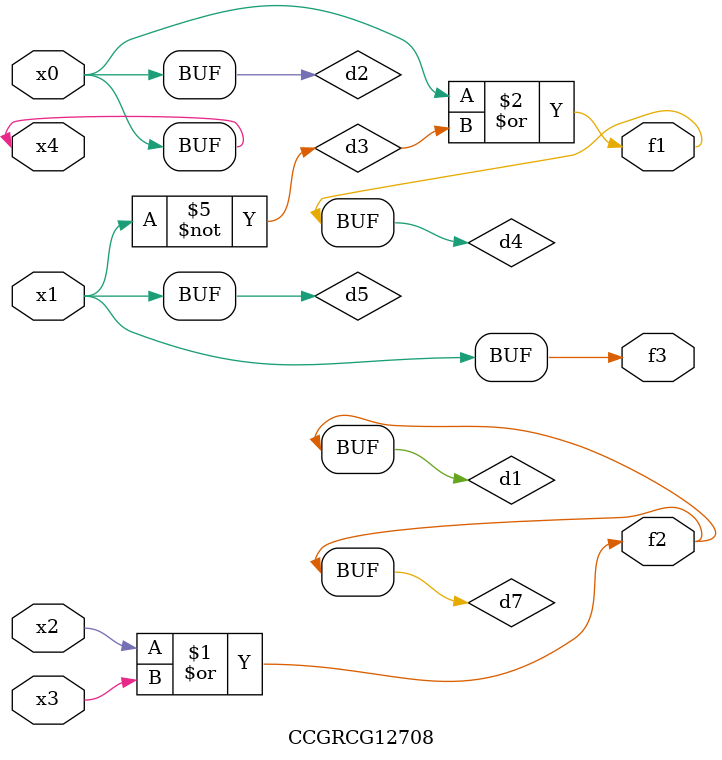
<source format=v>
module CCGRCG12708(
	input x0, x1, x2, x3, x4,
	output f1, f2, f3
);

	wire d1, d2, d3, d4, d5, d6, d7;

	or (d1, x2, x3);
	buf (d2, x0, x4);
	not (d3, x1);
	or (d4, d2, d3);
	not (d5, d3);
	nand (d6, d1, d3);
	or (d7, d1);
	assign f1 = d4;
	assign f2 = d7;
	assign f3 = d5;
endmodule

</source>
